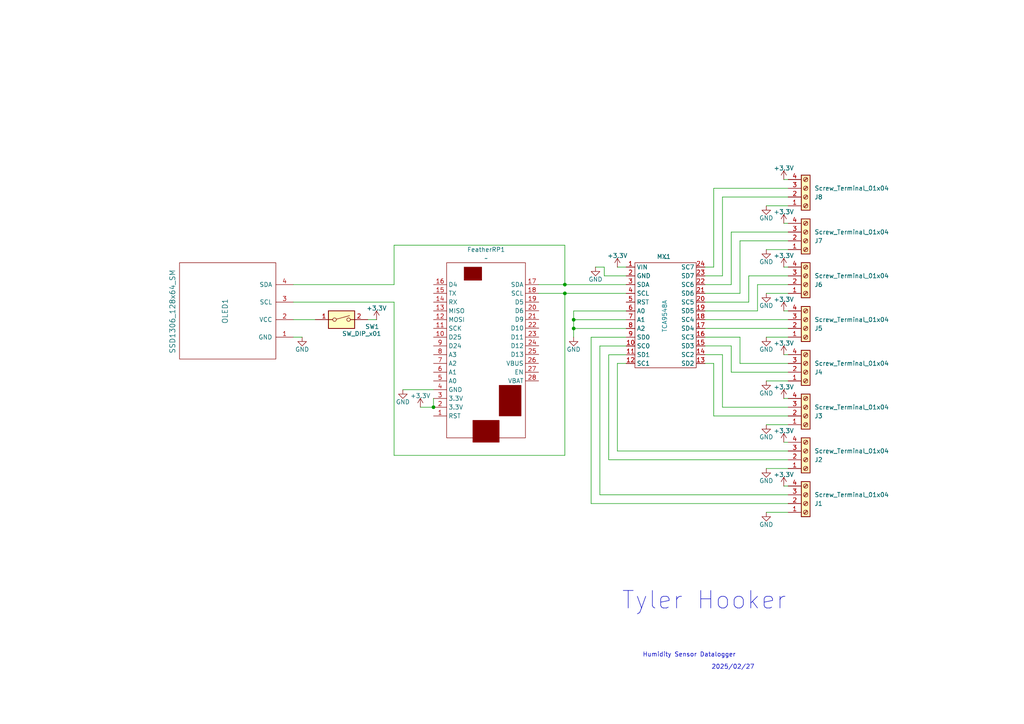
<source format=kicad_sch>
(kicad_sch (version 20231120) (generator "eeschema") (generator_version "8.0")
  (paper "A4")
  (lib_symbols
    (symbol "Connector:Screw_Terminal_01x04" (pin_names (offset 1.016) hide)
      (property "Reference" "J" (at 0 5.08 0))
      (property "Value" "Screw_Terminal_01x04" (at 0 -7.62 0))
      (symbol "Screw_Terminal_01x04_1_1"
        (rectangle (start -1.27 3.81) (end 1.27 -6.35) (stroke (width 0.254)) (fill (type background)))
        (circle (center 0 -5.08) (radius 0.635) (stroke (width 0.1524)))
        (circle (center 0 -2.54) (radius 0.635) (stroke (width 0.1524)))
        (polyline (pts (xy -0.5334 -4.7498) (xy 0.3302 -5.588)) (stroke (width 0.1524)))
        (polyline (pts (xy -0.5334 -2.2098) (xy 0.3302 -3.048)) (stroke (width 0.1524)))
        (polyline (pts (xy -0.5334 0.3302) (xy 0.3302 -0.508)) (stroke (width 0.1524)))
        (polyline (pts (xy -0.5334 2.8702) (xy 0.3302 2.032)) (stroke (width 0.1524)))
        (polyline (pts (xy -0.3556 -4.572) (xy 0.508 -5.4102)) (stroke (width 0.1524)))
        (polyline (pts (xy -0.3556 -2.032) (xy 0.508 -2.8702)) (stroke (width 0.1524)))
        (polyline (pts (xy -0.3556 0.508) (xy 0.508 -0.3302)) (stroke (width 0.1524)))
        (polyline (pts (xy -0.3556 3.048) (xy 0.508 2.2098)) (stroke (width 0.1524)))
        (circle (center 0 0) (radius 0.635) (stroke (width 0.1524)))
        (circle (center 0 2.54) (radius 0.635) (stroke (width 0.1524)))
        (pin passive line (at -5.08 2.54 0) (length 3.81) (name "Pin_1") (number "1"))
        (pin passive line (at -5.08 0 0) (length 3.81) (name "Pin_2") (number "2"))
        (pin passive line (at -5.08 -2.54 0) (length 3.81) (name "Pin_3") (number "3"))
        (pin passive line (at -5.08 -5.08 0) (length 3.81) (name "Pin_4") (number "4"))
      )
    )
    (symbol "Custom:Feather_RP2040"
      (property "Reference" "FeatherRP2024" (at 11.43 24.892 90))
      (symbol "Feather_RP2040_0_1"
        (rectangle (start 0 0) (end 22.86 50.8))
      )
      (symbol "Feather_RP2040_1_1"
        (rectangle (start 1.27 15.24) (end 7.62 6.35) (fill (type outline)))
        (rectangle (start 7.62 5.08) (end 15.24 -1.27) (fill (type outline)))
        (rectangle (start 12.7 49.53) (end 17.78 45.72) (fill (type outline)))
        (pin input line (at 26.67 6.35 180) (length 3.81) (name "RST") (number "1"))
        (pin input line (at 26.67 29.21 180) (length 3.81) (name "D25") (number "10"))
        (pin input line (at 26.67 31.75 180) (length 3.81) (name "SCK") (number "11"))
        (pin input line (at 26.67 34.29 180) (length 3.81) (name "MOSI") (number "12"))
        (pin input line (at 26.67 36.83 180) (length 3.81) (name "MISO") (number "13"))
        (pin input line (at 26.67 39.37 180) (length 3.81) (name "RX") (number "14"))
        (pin input line (at 26.67 41.91 180) (length 3.81) (name "TX") (number "15"))
        (pin input line (at 26.67 44.45 180) (length 3.81) (name "D4") (number "16"))
        (pin input line (at -3.81 44.45 0) (length 3.81) (name "SDA") (number "17"))
        (pin input line (at -3.81 41.91 0) (length 3.81) (name "SCL") (number "18"))
        (pin input line (at -3.8804 39.3767 0) (length 3.81) (name "D5") (number "19"))
        (pin input line (at 26.67 8.89 180) (length 3.81) (name "3.3V") (number "2"))
        (pin input line (at -3.8804 36.8597 0) (length 3.81) (name "D6") (number "20"))
        (pin input line (at -3.8804 34.3428 0) (length 3.81) (name "D9") (number "21"))
        (pin input line (at -3.8804 31.8259 0) (length 3.81) (name "D10") (number "22"))
        (pin input line (at -3.8804 29.2221 0) (length 3.81) (name "D11") (number "23"))
        (pin input line (at -3.8804 26.7052 0) (length 3.81) (name "D12") (number "24"))
        (pin input line (at -3.8804 24.1882 0) (length 3.81) (name "D13") (number "25"))
        (pin input line (at -3.81 21.59 0) (length 3.81) (name "VBUS") (number "26"))
        (pin input line (at -3.81 19.05 0) (length 3.81) (name "EN") (number "27"))
        (pin input line (at -3.8309 16.5296 0) (length 3.81) (name "VBAT") (number "28"))
        (pin input line (at 26.67 11.43 180) (length 3.81) (name "3.3V") (number "3"))
        (pin input line (at 26.67 13.97 180) (length 3.81) (name "GND") (number "4"))
        (pin input line (at 26.67 16.51 180) (length 3.81) (name "A0") (number "5"))
        (pin input line (at 26.67 19.05 180) (length 3.81) (name "A1") (number "6"))
        (pin input line (at 26.67 21.59 180) (length 3.81) (name "A2") (number "7"))
        (pin input line (at 26.67 24.13 180) (length 3.81) (name "A3") (number "8"))
        (pin input line (at 26.67 26.67 180) (length 3.81) (name "D24") (number "9"))
      )
    )
    (symbol "Custom:SSD1306_128x64_SM" (pin_names (offset 1.016))
      (property "Reference" "OLED" (at 13.97 -2.54 0))
      (property "Value" "SSD1306_128x64_SM" (at 13.97 13.97 0))
      (symbol "SSD1306_128x64_SM_0_1"
        (rectangle (start 0 0) (end 27.94 27.94))
      )
      (symbol "SSD1306_128x64_SM_1_1"
        (pin input line (at 6.35 33.02 270) (length 5.08) (name "GND") (number "1"))
        (pin input line (at 11.43 33.02 270) (length 5.08) (name "VCC") (number "2"))
        (pin input line (at 16.51 33.02 270) (length 5.08) (name "SCL") (number "3"))
        (pin input line (at 21.59 33.02 270) (length 5.08) (name "SDA") (number "4"))
      )
    )
    (symbol "Custom:TCA9548A_1-to-8_I2C"
      (property "Reference" "MX" (at 8.636 -1.27 0))
      (symbol "TCA9548A_1-to-8_I2C_0_1"
        (rectangle (start 0 30.48) (end 17.78 0))
      )
      (symbol "TCA9548A_1-to-8_I2C_1_1"
        (text "TCA9548A" (at 8.636 14.986 900) (effects (font (size 1.27 1.27))))
        (pin power_in line (at -2.54 29.21 0) (length 2.54) (name "VIN") (number "1"))
        (pin bidirectional line (at -2.5161 6.3266 0) (length 2.54) (name "SC0") (number "10"))
        (pin bidirectional line (at -2.5161 3.7866 0) (length 2.54) (name "SD1") (number "11"))
        (pin bidirectional line (at -2.54 1.27 0) (length 2.54) (name "SC1") (number "12"))
        (pin bidirectional line (at 20.32 1.27 180) (length 2.54) (name "SD2") (number "13"))
        (pin bidirectional line (at 20.32 3.81 180) (length 2.54) (name "SC2") (number "14"))
        (pin bidirectional line (at 20.32 6.35 180) (length 2.54) (name "SD3") (number "15"))
        (pin bidirectional line (at 20.32 8.89 180) (length 2.54) (name "SC3") (number "16"))
        (pin bidirectional line (at 20.32 11.43 180) (length 2.54) (name "SD4") (number "17"))
        (pin bidirectional line (at 20.32 13.97 180) (length 2.54) (name "SC4") (number "18"))
        (pin bidirectional line (at 20.32 16.51 180) (length 2.54) (name "SD5") (number "19"))
        (pin power_in line (at -2.54 26.67 0) (length 2.54) (name "GND") (number "2"))
        (pin bidirectional line (at 20.32 19.05 180) (length 2.54) (name "SC5") (number "20"))
        (pin bidirectional line (at 20.32 21.59 180) (length 2.54) (name "SD6") (number "21"))
        (pin bidirectional line (at 20.32 24.13 180) (length 2.54) (name "SC6") (number "22"))
        (pin bidirectional line (at 20.32 26.67 180) (length 2.54) (name "SD7") (number "23"))
        (pin bidirectional line (at 20.32 29.21 180) (length 2.54) (name "SC7") (number "24"))
        (pin bidirectional line (at -2.54 24.13 0) (length 2.54) (name "SDA") (number "3"))
        (pin bidirectional line (at -2.54 21.59 0) (length 2.54) (name "SCL") (number "4"))
        (pin input line (at -2.54 19.05 0) (length 2.54) (name "RST") (number "5"))
        (pin input line (at -2.5161 16.4866 0) (length 2.54) (name "A0") (number "6"))
        (pin input line (at -2.5161 13.9466 0) (length 2.54) (name "A1") (number "7"))
        (pin input line (at -2.5161 11.4066 0) (length 2.54) (name "A2") (number "8"))
        (pin bidirectional line (at -2.5161 8.8666 0) (length 2.54) (name "SD0") (number "9"))
      )
    )
    (symbol "Switch:SW_DIP_x01" (pin_names (offset 0) hide)
      (property "Reference" "SW" (at 0 3.81 0))
      (property "Value" "SW_DIP_x01" (at 0 -3.81 0))
      (symbol "SW_DIP_x01_0_0"
        (circle (center -2.032 0) (radius 0.508))
        (polyline (pts (xy -1.524 0.127) (xy 2.3622 1.1684)))
        (circle (center 2.032 0) (radius 0.508))
      )
      (symbol "SW_DIP_x01_0_1"
        (rectangle (start -3.81 2.54) (end 3.81 -2.54) (stroke (width 0.254)) (fill (type background)))
      )
      (symbol "SW_DIP_x01_1_1"
        (pin passive line (at -7.62 0 0) (length 5.08) (name "~") (number "1"))
        (pin passive line (at 7.62 0 180) (length 5.08) (name "~") (number "2"))
      )
    )
    (symbol "power:+3.3V" (power) (pin_numbers hide) (pin_names (offset 0) hide)
      (property "Value" "+3.3V" (at 0 3.556 0))
      (symbol "+3.3V_0_1"
        (polyline (pts (xy -0.762 1.27) (xy 0 2.54)))
        (polyline (pts (xy 0 0) (xy 0 2.54)))
        (polyline (pts (xy 0 2.54) (xy 0.762 1.27)))
      )
      (symbol "+3.3V_1_1"
        (pin power_in line (at 0 0 90) (length 0) (name "~") (number "1"))
      )
    )
    (symbol "power:GND" (power) (pin_numbers hide) (pin_names (offset 0) hide)
      (property "Value" "GND" (at 0 -3.81 0))
      (symbol "GND_0_1"
        (polyline (pts (xy 0 0) (xy 0 -1.27) (xy 1.27 -1.27) (xy 0 -2.54) (xy -1.27 -1.27) (xy 0 -1.27)))
      )
      (symbol "GND_1_1"
        (pin power_in line (at 0 0 270) (length 0) (name "~") (number "1"))
      )
    )
  )
  (junction (at 166.3842 95.2734))
  (junction (at 125.73 118.11))
  (junction (at 163.83 82.55))
  (junction (at 163.83 85.09))
  (junction (at 166.3842 92.7334))
  (wire (pts (xy 207.01 77.47) (xy 207.01 54.61)))
  (wire (pts (xy 212.09 82.55) (xy 212.09 67.31)))
  (wire (pts (xy 176.5539 102.8934) (xy 181.6339 102.8934)))
  (wire (pts (xy 156.21 85.09) (xy 163.83 85.09)))
  (wire (pts (xy 181.61 105.41) (xy 179.07 105.41)))
  (wire (pts (xy 179.07 77.47) (xy 181.61 77.47)))
  (wire (pts (xy 227.33 102.87) (xy 228.6 102.87)))
  (wire (pts (xy 217.17 80.01) (xy 228.6 80.01)))
  (wire (pts (xy 181.6339 90.1934) (xy 166.3842 90.1934)))
  (wire (pts (xy 219.71 82.55) (xy 228.6 82.55)))
  (wire (pts (xy 163.83 82.55) (xy 181.61 82.55)))
  (wire (pts (xy 222.25 97.79) (xy 228.6 97.79)))
  (wire (pts (xy 166.3842 92.7334) (xy 166.3842 95.2734)))
  (wire (pts (xy 227.33 128.27) (xy 228.6 128.27)))
  (wire (pts (xy 212.09 100.33) (xy 212.09 107.95)))
  (wire (pts (xy 227.33 90.17) (xy 228.6 90.17)))
  (wire (pts (xy 214.63 105.41) (xy 228.6 105.41)))
  (wire (pts (xy 121.92 118.11) (xy 125.73 118.11)))
  (wire (pts (xy 222.25 123.19) (xy 228.6 123.19)))
  (wire (pts (xy 166.37 95.2734) (xy 166.37 97.79)))
  (wire (pts (xy 125.73 115.57) (xy 125.73 118.11)))
  (wire (pts (xy 175.26 77.47) (xy 172.72 77.47)))
  (wire (pts (xy 204.47 87.63) (xy 217.17 87.63)))
  (wire (pts (xy 209.55 80.01) (xy 209.55 57.15)))
  (wire (pts (xy 214.63 97.79) (xy 214.63 105.41)))
  (wire (pts (xy 173.99 143.51) (xy 228.6 143.51)))
  (wire (pts (xy 181.6339 97.8134) (xy 171.45 97.8134)))
  (wire (pts (xy 222.25 148.59) (xy 228.6 148.59)))
  (wire (pts (xy 207.01 105.41) (xy 207.01 120.65)))
  (wire (pts (xy 163.83 85.09) (xy 181.61 85.09)))
  (wire (pts (xy 204.47 105.41) (xy 207.01 105.41)))
  (wire (pts (xy 204.47 102.87) (xy 209.55 102.87)))
  (wire (pts (xy 204.47 90.17) (xy 219.71 90.17)))
  (wire (pts (xy 175.26 80.01) (xy 175.26 77.47)))
  (wire (pts (xy 179.07 105.41) (xy 179.07 130.81)))
  (wire (pts (xy 207.01 120.65) (xy 228.6 120.65)))
  (wire (pts (xy 219.71 90.17) (xy 219.71 82.55)))
  (wire (pts (xy 181.6339 95.2734) (xy 166.3842 95.2734)))
  (wire (pts (xy 85.09 97.79) (xy 87.63 97.79)))
  (wire (pts (xy 176.5539 133.35) (xy 176.5539 102.8934)))
  (wire (pts (xy 85.09 92.71) (xy 91.44 92.71)))
  (wire (pts (xy 114.3 87.63) (xy 114.3 132.08)))
  (wire (pts (xy 163.83 82.55) (xy 163.83 71.12)))
  (wire (pts (xy 204.47 85.09) (xy 214.63 85.09)))
  (wire (pts (xy 163.83 71.12) (xy 114.3 71.12)))
  (wire (pts (xy 116.84 113.03) (xy 125.73 113.03)))
  (wire (pts (xy 204.47 95.25) (xy 228.6 95.25)))
  (wire (pts (xy 85.09 82.55) (xy 114.3 82.55)))
  (wire (pts (xy 227.33 52.07) (xy 228.6 52.07)))
  (wire (pts (xy 227.33 77.47) (xy 228.6 77.47)))
  (wire (pts (xy 204.47 100.33) (xy 212.09 100.33)))
  (wire (pts (xy 106.68 92.71) (xy 109.22 92.71)))
  (wire (pts (xy 214.63 69.85) (xy 228.6 69.85)))
  (wire (pts (xy 228.6 133.35) (xy 176.5539 133.35)))
  (wire (pts (xy 227.33 64.77) (xy 228.6 64.77)))
  (wire (pts (xy 114.3 71.12) (xy 114.3 82.55)))
  (wire (pts (xy 214.63 85.09) (xy 214.63 69.85)))
  (wire (pts (xy 156.21 82.55) (xy 163.83 82.55)))
  (wire (pts (xy 209.55 102.87) (xy 209.55 118.11)))
  (wire (pts (xy 179.07 130.81) (xy 228.6 130.81)))
  (wire (pts (xy 222.25 110.49) (xy 228.6 110.49)))
  (wire (pts (xy 204.47 77.47) (xy 207.01 77.47)))
  (wire (pts (xy 217.17 87.63) (xy 217.17 80.01)))
  (wire (pts (xy 204.47 82.55) (xy 212.09 82.55)))
  (wire (pts (xy 212.09 67.31) (xy 228.6 67.31)))
  (wire (pts (xy 204.47 80.01) (xy 209.55 80.01)))
  (wire (pts (xy 222.25 135.89) (xy 228.6 135.89)))
  (wire (pts (xy 166.3842 90.1934) (xy 166.3842 92.7334)))
  (wire (pts (xy 209.55 118.11) (xy 228.6 118.11)))
  (wire (pts (xy 207.01 54.61) (xy 228.6 54.61)))
  (wire (pts (xy 171.45 146.05) (xy 228.6 146.05)))
  (wire (pts (xy 227.33 140.97) (xy 228.6 140.97)))
  (wire (pts (xy 222.25 85.09) (xy 228.6 85.09)))
  (wire (pts (xy 181.61 80.01) (xy 175.26 80.01)))
  (wire (pts (xy 181.6339 92.7334) (xy 166.3842 92.7334)))
  (wire (pts (xy 204.47 97.79) (xy 214.63 97.79)))
  (wire (pts (xy 171.45 97.8134) (xy 171.45 146.05)))
  (wire (pts (xy 166.3842 95.2734) (xy 166.37 95.2734)))
  (wire (pts (xy 222.25 72.39) (xy 228.6 72.39)))
  (wire (pts (xy 181.6339 100.3534) (xy 173.99 100.3534)))
  (wire (pts (xy 209.55 57.15) (xy 228.6 57.15)))
  (wire (pts (xy 114.3 132.08) (xy 163.83 132.08)))
  (wire (pts (xy 227.33 115.57) (xy 228.6 115.57)))
  (wire (pts (xy 163.83 85.09) (xy 163.83 132.08)))
  (wire (pts (xy 173.99 100.3534) (xy 173.99 143.51)))
  (wire (pts (xy 212.09 107.95) (xy 228.6 107.95)))
  (wire (pts (xy 85.09 87.63) (xy 114.3 87.63)))
  (wire (pts (xy 222.25 59.69) (xy 228.6 59.69)))
  (wire (pts (xy 204.47 92.71) (xy 228.6 92.71)))
  (text "Humidity Sensor Datalogger" (at 199.898 189.992 0) (effects (font (size 1.27 1.27))))
  (text "2025/02/27" (at 212.598 193.548 0) (effects (font (size 1.27 1.27))))
  (text "Tyler Hooker" (at 204.216 174.244 0) (effects (font (size 5.08 5.08))))
  (symbol (lib_id "power:+3.3V") (at 179.07 77.47 0) (unit 1)
    (property "Reference" "#PWR023" (effects (hide yes)))
    (property "Value" "+3.3V" (at 179.07 74.168 0))
    (property "Description" "Power symbol creates a global label with name \"+3.3V\"" (effects (hide yes)))
  )
  (symbol (lib_id "power:+3.3V") (at 227.33 52.07 0) (unit 1)
    (property "Reference" "#PWR016" (effects (hide yes)))
    (property "Value" "+3.3V" (at 227.33 48.768 0))
    (property "Description" "Power symbol creates a global label with name \"+3.3V\"" (effects (hide yes)))
  )
  (symbol (lib_id "power:GND") (at 222.25 97.79 0) (unit 1)
    (property "Reference" "#PWR03" (effects (hide yes)))
    (property "Value" "GND" (at 222.25 101.346 0))
    (property "Description" "Power symbol creates a global label with name \"GND\" , ground" (effects (hide yes)))
  )
  (symbol (lib_id "power:GND") (at 222.25 110.49 0) (unit 1)
    (property "Reference" "#PWR04" (effects (hide yes)))
    (property "Value" "GND" (at 222.25 114.046 0))
    (property "Description" "Power symbol creates a global label with name \"GND\" , ground" (effects (hide yes)))
  )
  (symbol (lib_id "power:GND") (at 116.84 113.03 0) (unit 1)
    (property "Reference" "#PWR021" (effects (hide yes)))
    (property "Value" "GND" (at 116.84 116.586 0))
    (property "Description" "Power symbol creates a global label with name \"GND\" , ground" (effects (hide yes)))
  )
  (symbol (lib_id "Connector:Screw_Terminal_01x04") (at 233.68 120.65 0) (mirror x) (unit 1)
    (property "Reference" "J3" (at 236.22 120.6501 0) (effects (justify left)))
    (property "Value" "Screw_Terminal_01x04" (at 236.22 118.1101 0) (effects (justify left)))
    (property "Footprint" "Connector_PinHeader_2.54mm:PinHeader_1x04_P2.54mm_Vertical" (effects (hide yes)))
    (property "Description" "Generic screw terminal, single row, 01x04, script generated (kicad-library-utils/schlib/autogen/connector/)" (effects (hide yes)))
  )
  (symbol (lib_id "Connector:Screw_Terminal_01x04") (at 233.68 57.15 0) (mirror x) (unit 1)
    (property "Reference" "J8" (at 236.22 57.1501 0) (effects (justify left)))
    (property "Value" "Screw_Terminal_01x04" (at 236.22 54.6101 0) (effects (justify left)))
    (property "Footprint" "Connector_PinHeader_2.54mm:PinHeader_1x04_P2.54mm_Vertical" (effects (hide yes)))
    (property "Description" "Generic screw terminal, single row, 01x04, script generated (kicad-library-utils/schlib/autogen/connector/)" (effects (hide yes)))
  )
  (symbol (lib_id "Connector:Screw_Terminal_01x04") (at 233.68 133.35 0) (mirror x) (unit 1)
    (property "Reference" "J2" (at 236.22 133.3501 0) (effects (justify left)))
    (property "Value" "Screw_Terminal_01x04" (at 236.22 130.8101 0) (effects (justify left)))
    (property "Footprint" "Connector_PinHeader_2.54mm:PinHeader_1x04_P2.54mm_Vertical" (effects (hide yes)))
    (property "Description" "Generic screw terminal, single row, 01x04, script generated (kicad-library-utils/schlib/autogen/connector/)" (effects (hide yes)))
  )
  (symbol (lib_id "power:+3.3V") (at 121.92 118.11 0) (unit 1)
    (property "Reference" "#PWR020" (effects (hide yes)))
    (property "Value" "+3.3V" (at 121.92 114.808 0))
    (property "Description" "Power symbol creates a global label with name \"+3.3V\"" (effects (hide yes)))
  )
  (symbol (lib_id "power:+3.3V") (at 109.22 92.71 0) (unit 1)
    (property "Reference" "#PWR012" (effects (hide yes)))
    (property "Value" "+3.3V" (at 109.22 89.408 0))
    (property "Description" "Power symbol creates a global label with name \"+3.3V\"" (effects (hide yes)))
  )
  (symbol (lib_id "power:GND") (at 87.63 97.79 0) (unit 1)
    (property "Reference" "#PWR011" (effects (hide yes)))
    (property "Value" "GND" (at 87.63 101.346 0))
    (property "Description" "Power symbol creates a global label with name \"GND\" , ground" (effects (hide yes)))
  )
  (symbol (lib_id "Connector:Screw_Terminal_01x04") (at 233.68 82.55 0) (mirror x) (unit 1)
    (property "Reference" "J6" (at 236.22 82.5501 0) (effects (justify left)))
    (property "Value" "Screw_Terminal_01x04" (at 236.22 80.0101 0) (effects (justify left)))
    (property "Footprint" "Connector_PinHeader_2.54mm:PinHeader_1x04_P2.54mm_Vertical" (effects (hide yes)))
    (property "Description" "Generic screw terminal, single row, 01x04, script generated (kicad-library-utils/schlib/autogen/connector/)" (effects (hide yes)))
  )
  (symbol (lib_id "power:+3.3V") (at 227.33 140.97 0) (unit 1)
    (property "Reference" "#PWR015" (effects (hide yes)))
    (property "Value" "+3.3V" (at 227.33 137.668 0))
    (property "Description" "Power symbol creates a global label with name \"+3.3V\"" (effects (hide yes)))
  )
  (symbol (lib_id "power:+3.3V") (at 227.33 128.27 0) (unit 1)
    (property "Reference" "#PWR014" (effects (hide yes)))
    (property "Value" "+3.3V" (at 227.33 124.968 0))
    (property "Description" "Power symbol creates a global label with name \"+3.3V\"" (effects (hide yes)))
  )
  (symbol (lib_id "power:GND") (at 222.25 123.19 0) (unit 1)
    (property "Reference" "#PWR05" (effects (hide yes)))
    (property "Value" "GND" (at 222.25 126.746 0))
    (property "Description" "Power symbol creates a global label with name \"GND\" , ground" (effects (hide yes)))
  )
  (symbol (lib_id "Connector:Screw_Terminal_01x04") (at 233.68 146.05 0) (mirror x) (unit 1)
    (property "Reference" "J1" (at 236.22 146.0501 0) (effects (justify left)))
    (property "Value" "Screw_Terminal_01x04" (at 236.22 143.5101 0) (effects (justify left)))
    (property "Footprint" "Connector_PinHeader_2.54mm:PinHeader_1x04_P2.54mm_Vertical" (effects (hide yes)))
    (property "Description" "Generic screw terminal, single row, 01x04, script generated (kicad-library-utils/schlib/autogen/connector/)" (effects (hide yes)))
  )
  (symbol (lib_id "power:+3.3V") (at 227.33 90.17 0) (unit 1)
    (property "Reference" "#PWR06" (effects (hide yes)))
    (property "Value" "+3.3V" (at 227.33 86.868 0))
    (property "Description" "Power symbol creates a global label with name \"+3.3V\"" (effects (hide yes)))
  )
  (symbol (lib_id "power:+3.3V") (at 227.33 77.47 0) (unit 1)
    (property "Reference" "#PWR07" (effects (hide yes)))
    (property "Value" "+3.3V" (at 227.33 74.168 0))
    (property "Description" "Power symbol creates a global label with name \"+3.3V\"" (effects (hide yes)))
  )
  (symbol (lib_id "Connector:Screw_Terminal_01x04") (at 233.68 95.25 0) (mirror x) (unit 1)
    (property "Reference" "J5" (at 236.22 95.2501 0) (effects (justify left)))
    (property "Value" "Screw_Terminal_01x04" (at 236.22 92.7101 0) (effects (justify left)))
    (property "Footprint" "Connector_PinHeader_2.54mm:PinHeader_1x04_P2.54mm_Vertical" (effects (hide yes)))
    (property "Description" "Generic screw terminal, single row, 01x04, script generated (kicad-library-utils/schlib/autogen/connector/)" (effects (hide yes)))
  )
  (symbol (lib_id "Custom:Feather_RP2040") (at 152.4 127 0) (mirror y) (unit 1)
    (property "Reference" "FeatherRP1" (at 141.0052 72.39 0))
    (property "Value" "~" (at 141.0052 74.93 0))
    (property "Footprint" "Custom:Feather RP2040" (effects (hide yes)))
  )
  (symbol (lib_id "power:GND") (at 222.25 59.69 0) (unit 1)
    (property "Reference" "#PWR017" (effects (hide yes)))
    (property "Value" "GND" (at 222.25 63.246 0))
    (property "Description" "Power symbol creates a global label with name \"GND\" , ground" (effects (hide yes)))
  )
  (symbol (lib_id "power:GND") (at 166.37 97.79 0) (unit 1)
    (property "Reference" "#PWR013" (effects (hide yes)))
    (property "Value" "GND" (at 166.37 101.346 0))
    (property "Description" "Power symbol creates a global label with name \"GND\" , ground" (effects (hide yes)))
  )
  (symbol (lib_id "power:GND") (at 172.72 77.47 0) (unit 1)
    (property "Reference" "#PWR022" (effects (hide yes)))
    (property "Value" "GND" (at 172.72 81.026 0))
    (property "Description" "Power symbol creates a global label with name \"GND\" , ground" (effects (hide yes)))
  )
  (symbol (lib_id "power:GND") (at 222.25 72.39 0) (unit 1)
    (property "Reference" "#PWR02" (effects (hide yes)))
    (property "Value" "GND" (at 222.25 75.946 0))
    (property "Description" "Power symbol creates a global label with name \"GND\" , ground" (effects (hide yes)))
  )
  (symbol (lib_id "Custom:SSD1306_128x64_SM") (at 52.07 104.14 270) (mirror x) (unit 1)
    (property "Reference" "OLED1" (at 65.278 93.98 0) (effects (font (size 1.524 1.524)) (justify left)))
    (property "Value" "SSD1306_128x64_SM" (at 50.038 102.616 0) (effects (font (size 1.524 1.524)) (justify left)))
    (property "Footprint" "Custom:SSD1306_128x64" (effects (hide yes)))
  )
  (symbol (lib_id "Custom:TCA9548A_1-to-8_I2C") (at 184.15 106.68 0) (unit 1)
    (property "Reference" "MX1" (at 192.532 74.422 0))
    (property "Value" "~" (at 193.04 74.93 0))
    (property "Footprint" "Custom:TCA9548A" (effects (hide yes)))
  )
  (symbol (lib_id "power:GND") (at 222.25 135.89 0) (unit 1)
    (property "Reference" "#PWR018" (effects (hide yes)))
    (property "Value" "GND" (at 222.25 139.446 0))
    (property "Description" "Power symbol creates a global label with name \"GND\" , ground" (effects (hide yes)))
  )
  (symbol (lib_id "power:GND") (at 222.25 85.09 0) (unit 1)
    (property "Reference" "#PWR01" (effects (hide yes)))
    (property "Value" "GND" (at 222.25 88.646 0))
    (property "Description" "Power symbol creates a global label with name \"GND\" , ground" (effects (hide yes)))
  )
  (symbol (lib_id "Connector:Screw_Terminal_01x04") (at 233.68 107.95 0) (mirror x) (unit 1)
    (property "Reference" "J4" (at 236.22 107.9501 0) (effects (justify left)))
    (property "Value" "Screw_Terminal_01x04" (at 236.22 105.4101 0) (effects (justify left)))
    (property "Footprint" "Connector_PinHeader_2.54mm:PinHeader_1x04_P2.54mm_Vertical" (effects (hide yes)))
    (property "Description" "Generic screw terminal, single row, 01x04, script generated (kicad-library-utils/schlib/autogen/connector/)" (effects (hide yes)))
  )
  (symbol (lib_id "power:+3.3V") (at 227.33 115.57 0) (unit 1)
    (property "Reference" "#PWR010" (effects (hide yes)))
    (property "Value" "+3.3V" (at 227.33 112.268 0))
    (property "Description" "Power symbol creates a global label with name \"+3.3V\"" (effects (hide yes)))
  )
  (symbol (lib_id "power:+3.3V") (at 227.33 64.77 0) (unit 1)
    (property "Reference" "#PWR08" (effects (hide yes)))
    (property "Value" "+3.3V" (at 227.33 61.468 0))
    (property "Description" "Power symbol creates a global label with name \"+3.3V\"" (effects (hide yes)))
  )
  (symbol (lib_id "Connector:Screw_Terminal_01x04") (at 233.68 69.85 0) (mirror x) (unit 1)
    (property "Reference" "J7" (at 236.22 69.8501 0) (effects (justify left)))
    (property "Value" "Screw_Terminal_01x04" (at 236.22 67.3101 0) (effects (justify left)))
    (property "Footprint" "Connector_PinHeader_2.54mm:PinHeader_1x04_P2.54mm_Vertical" (effects (hide yes)))
    (property "Description" "Generic screw terminal, single row, 01x04, script generated (kicad-library-utils/schlib/autogen/connector/)" (effects (hide yes)))
  )
  (symbol (lib_id "Switch:SW_DIP_x01") (at 99.06 92.71 0) (unit 1)
    (property "Reference" "SW1" (at 107.95 94.742 0))
    (property "Value" "SW_DIP_x01" (at 104.902 96.774 0))
    (property "Footprint" "Connector_PinHeader_2.54mm:PinHeader_1x03_P2.54mm_Vertical" (effects (hide yes)))
    (property "Description" "1x DIP Switch, Single Pole Single Throw (SPST) switch, small symbol" (effects (hide yes)))
  )
  (symbol (lib_id "power:GND") (at 222.25 148.59 0) (unit 1)
    (property "Reference" "#PWR019" (effects (hide yes)))
    (property "Value" "GND" (at 222.25 152.146 0))
    (property "Description" "Power symbol creates a global label with name \"GND\" , ground" (effects (hide yes)))
  )
  (symbol (lib_id "power:+3.3V") (at 227.33 102.87 0) (unit 1)
    (property "Reference" "#PWR09" (effects (hide yes)))
    (property "Value" "+3.3V" (at 227.33 99.568 0))
    (property "Description" "Power symbol creates a global label with name \"+3.3V\"" (effects (hide yes)))
  )
)
</source>
